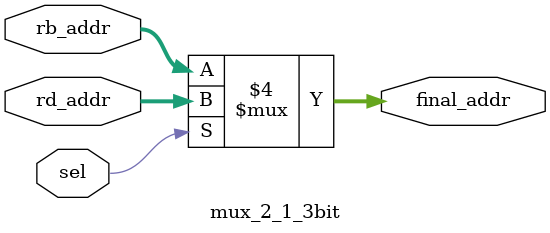
<source format=sv>
`timescale 1ns / 1ps


module mux_2_1_3bit (
    input [2:0] rd_addr,
    input [2:0] rb_addr,
    input sel,
    output reg [2:0] final_addr
    ); 
    //0 veya 1 durumuna göre farklý atamalarý yapýyoruz

    always @(rd_addr,rb_addr,final_addr)
    begin
        if(sel == 0) 
            final_addr = rb_addr; 
        else
            final_addr = rd_addr;
    end
    
endmodule

</source>
